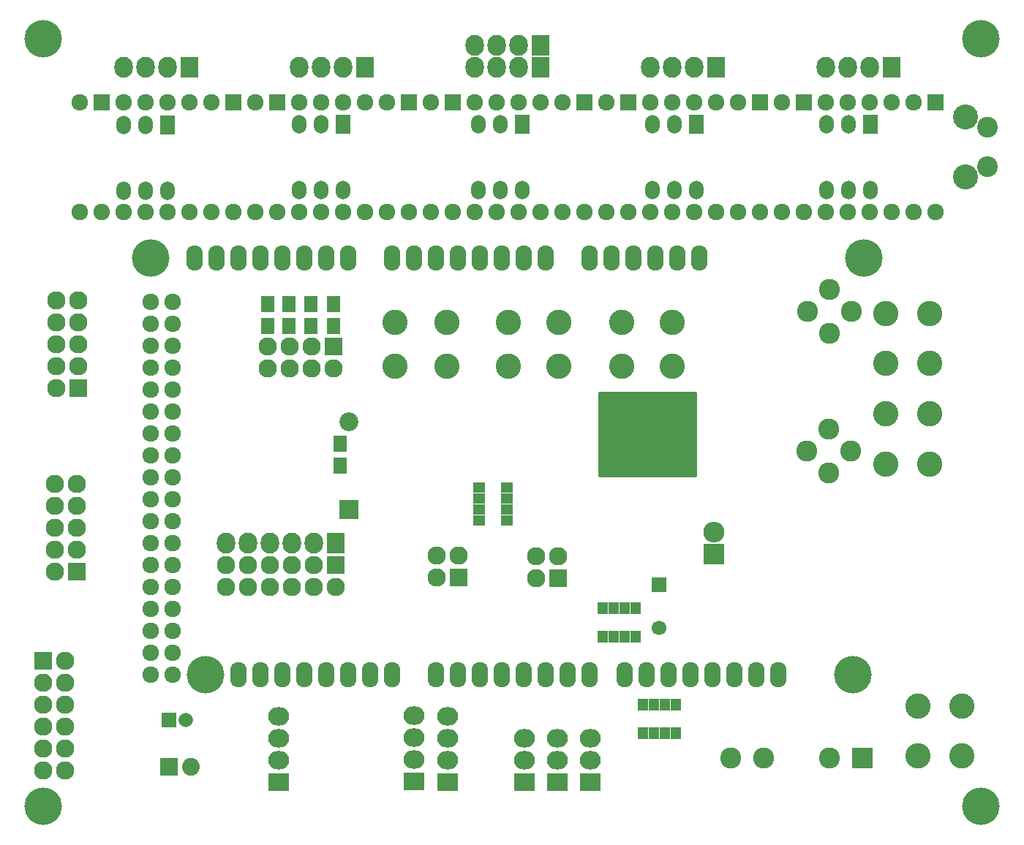
<source format=gbr>
G04 #@! TF.FileFunction,Soldermask,Bot*
%FSLAX46Y46*%
G04 Gerber Fmt 4.6, Leading zero omitted, Abs format (unit mm)*
G04 Created by KiCad (PCBNEW 4.0.2-stable) date 4/20/2016 11:19:16 PM*
%MOMM*%
G01*
G04 APERTURE LIST*
%ADD10C,0.100000*%
%ADD11O,1.924000X2.940000*%
%ADD12C,4.337000*%
%ADD13C,1.924000*%
%ADD14C,2.940000*%
%ADD15R,1.416000X1.300000*%
%ADD16R,2.432000X2.432000*%
%ADD17C,2.432000*%
%ADD18R,1.924000X1.924000*%
%ADD19R,1.650000X1.900000*%
%ADD20R,2.432000X2.127200*%
%ADD21O,2.432000X2.127200*%
%ADD22R,2.127200X2.432000*%
%ADD23O,2.127200X2.432000*%
%ADD24C,2.400000*%
%ADD25C,2.900000*%
%ADD26R,2.127200X2.127200*%
%ADD27O,2.127200X2.127200*%
%ADD28O,1.670000X2.178000*%
%ADD29R,1.670000X2.178000*%
%ADD30R,1.300000X1.416000*%
%ADD31R,1.700000X1.700000*%
%ADD32C,1.700000*%
%ADD33C,2.178000*%
%ADD34R,2.178000X2.178000*%
%ADD35O,2.432000X2.432000*%
%ADD36R,2.051000X2.051000*%
%ADD37C,2.051000*%
%ADD38R,1.670000X1.797000*%
%ADD39C,1.670000*%
%ADD40C,0.254000*%
G04 APERTURE END LIST*
D10*
D11*
X148082000Y-124460000D03*
X145542000Y-124460000D03*
X143002000Y-124460000D03*
X140462000Y-124460000D03*
X137922000Y-124460000D03*
X135382000Y-124460000D03*
X132842000Y-124460000D03*
X130302000Y-124460000D03*
X125222000Y-76200000D03*
X127762000Y-76200000D03*
X130302000Y-76200000D03*
X132842000Y-76200000D03*
X143002000Y-76200000D03*
X148082000Y-76200000D03*
X150622000Y-76200000D03*
X140462000Y-76200000D03*
X137922000Y-76200000D03*
X135382000Y-76200000D03*
X153162000Y-76200000D03*
X155702000Y-76200000D03*
X158242000Y-76200000D03*
X165862000Y-76200000D03*
X163322000Y-76200000D03*
X160782000Y-76200000D03*
X170942000Y-76200000D03*
X173482000Y-76200000D03*
X176022000Y-76200000D03*
X181102000Y-76200000D03*
X183642000Y-76200000D03*
X153162000Y-124460000D03*
X155702000Y-124460000D03*
X158242000Y-124460000D03*
X160782000Y-124460000D03*
X163322000Y-124460000D03*
X165862000Y-124460000D03*
X168402000Y-124460000D03*
X170942000Y-124460000D03*
X175006000Y-124460000D03*
X177546000Y-124460000D03*
X180086000Y-124460000D03*
X182626000Y-124460000D03*
X185166000Y-124460000D03*
X187706000Y-124460000D03*
X190246000Y-124460000D03*
X192786000Y-124460000D03*
X178562000Y-76200000D03*
D12*
X120142000Y-76200000D03*
X126492000Y-124460000D03*
X201422000Y-124460000D03*
X202692000Y-76200000D03*
D13*
X122682000Y-121920000D03*
X120142000Y-121920000D03*
X122682000Y-119380000D03*
X120142000Y-119380000D03*
X122682000Y-116840000D03*
X120142000Y-116840000D03*
X122682000Y-114300000D03*
X120142000Y-114300000D03*
X122682000Y-124460000D03*
X120142000Y-124460000D03*
X120142000Y-111760000D03*
X122682000Y-111760000D03*
X122682000Y-109220000D03*
X120142000Y-109220000D03*
X122682000Y-106680000D03*
X120142000Y-106680000D03*
X122682000Y-104140000D03*
X120142000Y-104140000D03*
X122682000Y-101600000D03*
X120142000Y-101600000D03*
X122682000Y-99060000D03*
X120142000Y-99060000D03*
X122682000Y-96520000D03*
X120142000Y-96520000D03*
X122682000Y-93980000D03*
X120142000Y-93980000D03*
X122682000Y-91440000D03*
X120142000Y-91440000D03*
X122682000Y-88900000D03*
X120142000Y-88900000D03*
X122682000Y-86360000D03*
X120142000Y-86360000D03*
X122682000Y-83820000D03*
X120142000Y-83820000D03*
X122682000Y-81280000D03*
X120142000Y-81280000D03*
D14*
X174671091Y-83705444D03*
X174671091Y-88785444D03*
D15*
X158140400Y-106578400D03*
X158140400Y-102768400D03*
X158140400Y-105308400D03*
X158140400Y-104038400D03*
X161391600Y-105308400D03*
X161391600Y-106578400D03*
X161391600Y-102768400D03*
X161391600Y-104038400D03*
D16*
X202514200Y-134162800D03*
D17*
X198704200Y-134162800D03*
X191084200Y-134162800D03*
X187274200Y-134162800D03*
D18*
X170370500Y-58166000D03*
D13*
X167830500Y-58166000D03*
X165290500Y-58166000D03*
X162750500Y-58166000D03*
X160210500Y-58166000D03*
X157670500Y-58166000D03*
D18*
X155130500Y-58166000D03*
D13*
X152590500Y-58166000D03*
X152590500Y-70866000D03*
X155130500Y-70866000D03*
X157670500Y-70866000D03*
X160210500Y-70866000D03*
X162750500Y-70866000D03*
X165290500Y-70866000D03*
X167830500Y-70866000D03*
X170370500Y-70866000D03*
D18*
X211010500Y-58166000D03*
D13*
X208470500Y-58166000D03*
X205930500Y-58166000D03*
X203390500Y-58166000D03*
X200850500Y-58166000D03*
X198310500Y-58166000D03*
D18*
X195770500Y-58166000D03*
D13*
X193230500Y-58166000D03*
X193230500Y-70866000D03*
X195770500Y-70866000D03*
X198310500Y-70866000D03*
X200850500Y-70866000D03*
X203390500Y-70866000D03*
X205930500Y-70866000D03*
X208470500Y-70866000D03*
X211010500Y-70866000D03*
D14*
X205257400Y-82677000D03*
X210337400Y-82677000D03*
X205232000Y-88392000D03*
X210312000Y-88392000D03*
X205232000Y-94234000D03*
X210312000Y-94234000D03*
D18*
X129730500Y-58166000D03*
D13*
X127190500Y-58166000D03*
X124650500Y-58166000D03*
X122110500Y-58166000D03*
X119570500Y-58166000D03*
X117030500Y-58166000D03*
D18*
X114490500Y-58166000D03*
D13*
X111950500Y-58166000D03*
X111950500Y-70866000D03*
X114490500Y-70866000D03*
X117030500Y-70866000D03*
X119570500Y-70866000D03*
X122110500Y-70866000D03*
X124650500Y-70866000D03*
X127190500Y-70866000D03*
X129730500Y-70866000D03*
D14*
X180513090Y-83705444D03*
X180513090Y-88785444D03*
D18*
X150050500Y-58166000D03*
D13*
X147510500Y-58166000D03*
X144970500Y-58166000D03*
X142430500Y-58166000D03*
X139890500Y-58166000D03*
X137350500Y-58166000D03*
D18*
X134810500Y-58166000D03*
D13*
X132270500Y-58166000D03*
X132270500Y-70866000D03*
X134810500Y-70866000D03*
X137350500Y-70866000D03*
X139890500Y-70866000D03*
X142430500Y-70866000D03*
X144970500Y-70866000D03*
X147510500Y-70866000D03*
X150050500Y-70866000D03*
D18*
X190690500Y-58166000D03*
D13*
X188150500Y-58166000D03*
X185610500Y-58166000D03*
X183070500Y-58166000D03*
X180530500Y-58166000D03*
X177990500Y-58166000D03*
D18*
X175450500Y-58166000D03*
D13*
X172910500Y-58166000D03*
X172910500Y-70866000D03*
X175450500Y-70866000D03*
X177990500Y-70866000D03*
X180530500Y-70866000D03*
X183070500Y-70866000D03*
X185610500Y-70866000D03*
X188150500Y-70866000D03*
X190690500Y-70866000D03*
D19*
X133731000Y-84054000D03*
X133731000Y-81554000D03*
X136144000Y-84054000D03*
X136144000Y-81554000D03*
X138684000Y-84054000D03*
X138684000Y-81554000D03*
X141351000Y-84054000D03*
X141351000Y-81554000D03*
D14*
X205232000Y-100076000D03*
X210312000Y-100076000D03*
D20*
X135001000Y-136906000D03*
D21*
X135001000Y-134366000D03*
X135001000Y-131826000D03*
X135001000Y-129286000D03*
D22*
X205930500Y-54102000D03*
D23*
X203390500Y-54102000D03*
X200850500Y-54102000D03*
X198310500Y-54102000D03*
D22*
X185610500Y-54102000D03*
D23*
X183070500Y-54102000D03*
X180530500Y-54102000D03*
X177990500Y-54102000D03*
D22*
X165303200Y-51562000D03*
D23*
X162763200Y-51562000D03*
X160223200Y-51562000D03*
X157683200Y-51562000D03*
D22*
X165303200Y-54102000D03*
D23*
X162763200Y-54102000D03*
X160223200Y-54102000D03*
X157683200Y-54102000D03*
D22*
X144970500Y-54102000D03*
D23*
X142430500Y-54102000D03*
X139890500Y-54102000D03*
X137350500Y-54102000D03*
D22*
X124650500Y-54102000D03*
D23*
X122110500Y-54102000D03*
X119570500Y-54102000D03*
X117030500Y-54102000D03*
D14*
X167386000Y-88773000D03*
X167386000Y-83693000D03*
X161544000Y-88773000D03*
X161544000Y-83693000D03*
D24*
X216969600Y-65593600D03*
X216969600Y-61093600D03*
D25*
X214469600Y-66843600D03*
X214469600Y-59843600D03*
D14*
X154432000Y-83693000D03*
X154432000Y-88773000D03*
X148463000Y-88773000D03*
X148463000Y-83693000D03*
D26*
X141351000Y-86487000D03*
D27*
X141351000Y-89027000D03*
X138811000Y-86487000D03*
X138811000Y-89027000D03*
X136271000Y-86487000D03*
X136271000Y-89027000D03*
X133731000Y-86487000D03*
X133731000Y-89027000D03*
D26*
X141605000Y-111760000D03*
D27*
X141605000Y-114300000D03*
X139065000Y-111760000D03*
X139065000Y-114300000D03*
X136525000Y-111760000D03*
X136525000Y-114300000D03*
X133985000Y-111760000D03*
X133985000Y-114300000D03*
X131445000Y-111760000D03*
X131445000Y-114300000D03*
X128905000Y-111760000D03*
X128905000Y-114300000D03*
D22*
X141605000Y-109220000D03*
D23*
X139065000Y-109220000D03*
X136525000Y-109220000D03*
X133985000Y-109220000D03*
X131445000Y-109220000D03*
X128905000Y-109220000D03*
D20*
X163449000Y-136906000D03*
D21*
X163449000Y-134366000D03*
X163449000Y-131826000D03*
D20*
X167259000Y-136906000D03*
D21*
X167259000Y-134366000D03*
X167259000Y-131826000D03*
D20*
X171069000Y-136906000D03*
D21*
X171069000Y-134366000D03*
X171069000Y-131826000D03*
D20*
X154559000Y-136906000D03*
D21*
X154559000Y-134366000D03*
X154559000Y-131826000D03*
X154559000Y-129286000D03*
D20*
X150622000Y-136842500D03*
D21*
X150622000Y-134302500D03*
X150622000Y-131762500D03*
X150622000Y-129222500D03*
D14*
X208965800Y-128092200D03*
X214045800Y-128092200D03*
X208991200Y-133883400D03*
X214071200Y-133883400D03*
D17*
X201168000Y-98552000D03*
X196088000Y-98552000D03*
X198628000Y-96012000D03*
X198628000Y-101092000D03*
X201295000Y-82423000D03*
X196215000Y-82423000D03*
X198755000Y-79883000D03*
X198755000Y-84963000D03*
D28*
X203479400Y-68351400D03*
D29*
X203479400Y-60731400D03*
D28*
X200939400Y-68351400D03*
X200939400Y-60731400D03*
X198399400Y-68351400D03*
X198399400Y-60731400D03*
X183286400Y-68376800D03*
D29*
X183286400Y-60756800D03*
D28*
X180746400Y-68376800D03*
X180746400Y-60756800D03*
X178206400Y-68376800D03*
X178206400Y-60756800D03*
X163195000Y-68326000D03*
D29*
X163195000Y-60706000D03*
D28*
X160655000Y-68326000D03*
X160655000Y-60706000D03*
X158115000Y-68326000D03*
X158115000Y-60706000D03*
X142392400Y-68376800D03*
D29*
X142392400Y-60756800D03*
D28*
X139852400Y-68376800D03*
X139852400Y-60756800D03*
X137312400Y-68376800D03*
X137312400Y-60756800D03*
X122097800Y-68427600D03*
D29*
X122097800Y-60807600D03*
D28*
X119557800Y-68427600D03*
X119557800Y-60807600D03*
X117017800Y-68427600D03*
X117017800Y-60807600D03*
D19*
X142049500Y-97746500D03*
X142049500Y-100246500D03*
D12*
X107696000Y-50800000D03*
X216281000Y-50800000D03*
X107696000Y-139700000D03*
X216281000Y-139700000D03*
D30*
X176301400Y-120053100D03*
X172491400Y-120053100D03*
X175031400Y-120053100D03*
X173761400Y-120053100D03*
X175031400Y-116801900D03*
X176301400Y-116801900D03*
X172491400Y-116801900D03*
X173761400Y-116801900D03*
X177139600Y-127977900D03*
X180949600Y-127977900D03*
X178409600Y-127977900D03*
X179679600Y-127977900D03*
X178409600Y-131229100D03*
X177139600Y-131229100D03*
X180949600Y-131229100D03*
X179679600Y-131229100D03*
D31*
X179006500Y-114046000D03*
D32*
X179006500Y-119046000D03*
D33*
X143126460Y-95185980D03*
D34*
X143126460Y-105345980D03*
D26*
X167322500Y-113284000D03*
D27*
X164782500Y-113284000D03*
X167322500Y-110744000D03*
X164782500Y-110744000D03*
D26*
X155765500Y-113220500D03*
D27*
X153225500Y-113220500D03*
X155765500Y-110680500D03*
X153225500Y-110680500D03*
D16*
X185356500Y-110490000D03*
D35*
X185356500Y-107950000D03*
D26*
X107721400Y-122834400D03*
D27*
X110261400Y-122834400D03*
X107721400Y-125374400D03*
X110261400Y-125374400D03*
X107721400Y-127914400D03*
X110261400Y-127914400D03*
X107721400Y-130454400D03*
X110261400Y-130454400D03*
X107721400Y-132994400D03*
X110261400Y-132994400D03*
X107721400Y-135534400D03*
X110261400Y-135534400D03*
D36*
X122286600Y-135162800D03*
D37*
X124786600Y-135162800D03*
D38*
X122232600Y-129727200D03*
D39*
X124232600Y-129727200D03*
D26*
X111633000Y-112522000D03*
D27*
X109093000Y-112522000D03*
X111633000Y-109982000D03*
X109093000Y-109982000D03*
X111633000Y-107442000D03*
X109093000Y-107442000D03*
X111633000Y-104902000D03*
X109093000Y-104902000D03*
X111633000Y-102362000D03*
X109093000Y-102362000D03*
D26*
X111760000Y-91313000D03*
D27*
X109220000Y-91313000D03*
X111760000Y-88773000D03*
X109220000Y-88773000D03*
X111760000Y-86233000D03*
X109220000Y-86233000D03*
X111760000Y-83693000D03*
X109220000Y-83693000D03*
X111760000Y-81153000D03*
X109220000Y-81153000D03*
D40*
G36*
X183210200Y-101473000D02*
X172085000Y-101473000D01*
X172085000Y-91795600D01*
X183210200Y-91795600D01*
X183210200Y-101473000D01*
X183210200Y-101473000D01*
G37*
X183210200Y-101473000D02*
X172085000Y-101473000D01*
X172085000Y-91795600D01*
X183210200Y-91795600D01*
X183210200Y-101473000D01*
M02*

</source>
